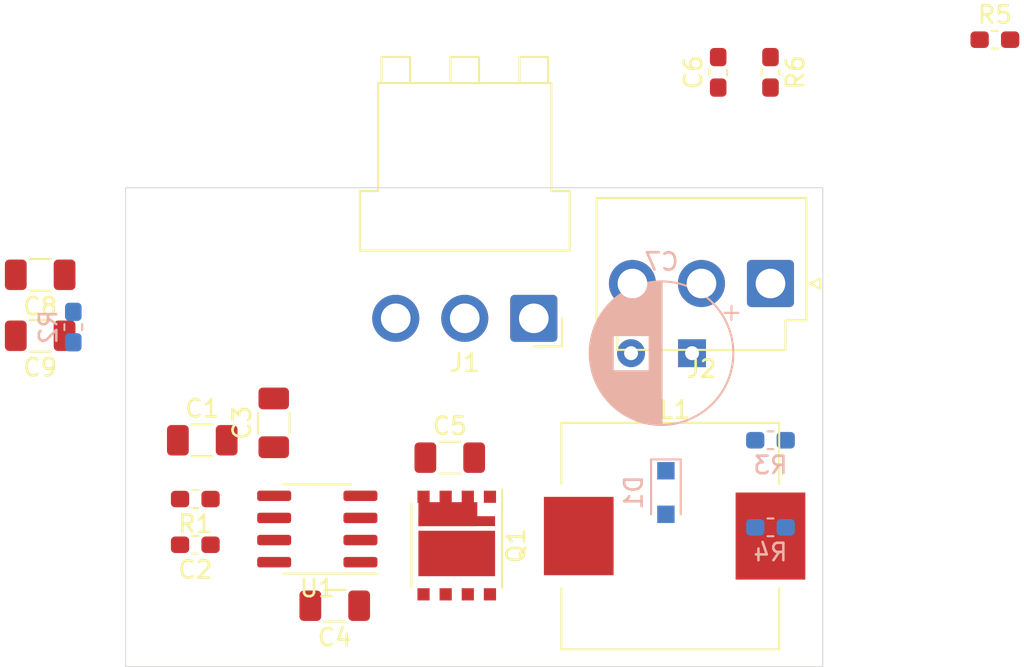
<source format=kicad_pcb>
(kicad_pcb (version 20171130) (host pcbnew "(5.1.4)-1")

  (general
    (thickness 1.6)
    (drawings 4)
    (tracks 0)
    (zones 0)
    (modules 21)
    (nets 15)
  )

  (page A4)
  (layers
    (0 F.Cu signal)
    (31 B.Cu signal hide)
    (32 B.Adhes user)
    (33 F.Adhes user)
    (34 B.Paste user)
    (35 F.Paste user)
    (36 B.SilkS user)
    (37 F.SilkS user)
    (38 B.Mask user)
    (39 F.Mask user)
    (40 Dwgs.User user)
    (41 Cmts.User user)
    (42 Eco1.User user)
    (43 Eco2.User user)
    (44 Edge.Cuts user)
    (45 Margin user)
    (46 B.CrtYd user)
    (47 F.CrtYd user)
    (48 B.Fab user)
    (49 F.Fab user)
  )

  (setup
    (last_trace_width 0.25)
    (trace_clearance 0.2)
    (zone_clearance 0.508)
    (zone_45_only no)
    (trace_min 0.2)
    (via_size 0.8)
    (via_drill 0.4)
    (via_min_size 0.4)
    (via_min_drill 0.3)
    (uvia_size 0.3)
    (uvia_drill 0.1)
    (uvias_allowed no)
    (uvia_min_size 0.2)
    (uvia_min_drill 0.1)
    (edge_width 0.05)
    (segment_width 0.2)
    (pcb_text_width 0.3)
    (pcb_text_size 1.5 1.5)
    (mod_edge_width 0.12)
    (mod_text_size 1 1)
    (mod_text_width 0.15)
    (pad_size 1.524 1.524)
    (pad_drill 0.762)
    (pad_to_mask_clearance 0.051)
    (solder_mask_min_width 0.25)
    (aux_axis_origin 0 0)
    (visible_elements 7FFCFFFF)
    (pcbplotparams
      (layerselection 0x010fc_ffffffff)
      (usegerberextensions false)
      (usegerberattributes false)
      (usegerberadvancedattributes false)
      (creategerberjobfile false)
      (excludeedgelayer true)
      (linewidth 0.100000)
      (plotframeref false)
      (viasonmask false)
      (mode 1)
      (useauxorigin false)
      (hpglpennumber 1)
      (hpglpenspeed 20)
      (hpglpendiameter 15.000000)
      (psnegative false)
      (psa4output false)
      (plotreference true)
      (plotvalue true)
      (plotinvisibletext false)
      (padsonsilk false)
      (subtractmaskfromsilk false)
      (outputformat 1)
      (mirror false)
      (drillshape 1)
      (scaleselection 1)
      (outputdirectory ""))
  )

  (net 0 "")
  (net 1 GNDA)
  (net 2 "Net-(C1-Pad1)")
  (net 3 VIN)
  (net 4 "Net-(C6-Pad1)")
  (net 5 VOUT)
  (net 6 "Net-(D1-Pad2)")
  (net 7 "Net-(J1-Pad1)")
  (net 8 /PHASE)
  (net 9 /BOOT)
  (net 10 /LGATE)
  (net 11 /UGATE)
  (net 12 /COMP)
  (net 13 /FB)
  (net 14 "Net-(Q1-Pad1)")

  (net_class Default "これはデフォルトのネット クラスです。"
    (clearance 0.2)
    (trace_width 0.25)
    (via_dia 0.8)
    (via_drill 0.4)
    (uvia_dia 0.3)
    (uvia_drill 0.1)
    (add_net /BOOT)
    (add_net /COMP)
    (add_net /FB)
    (add_net /LGATE)
    (add_net /PHASE)
    (add_net /UGATE)
    (add_net GNDA)
    (add_net "Net-(C1-Pad1)")
    (add_net "Net-(C6-Pad1)")
    (add_net "Net-(D1-Pad2)")
    (add_net "Net-(J1-Pad1)")
    (add_net "Net-(Q1-Pad1)")
    (add_net VIN)
    (add_net VOUT)
  )

  (module Resistor_SMD:R_0603_1608Metric_Pad1.05x0.95mm_HandSolder placed (layer F.Cu) (tedit 5B301BBD) (tstamp 5E85B534)
    (at 137 85.875 270)
    (descr "Resistor SMD 0603 (1608 Metric), square (rectangular) end terminal, IPC_7351 nominal with elongated pad for handsoldering. (Body size source: http://www.tortai-tech.com/upload/download/2011102023233369053.pdf), generated with kicad-footprint-generator")
    (tags "resistor handsolder")
    (path /5E83CDCC)
    (attr smd)
    (fp_text reference R6 (at 0 -1.43 90) (layer F.SilkS)
      (effects (font (size 1 1) (thickness 0.15)))
    )
    (fp_text value 2.2 (at 0 1.43 90) (layer F.Fab)
      (effects (font (size 1 1) (thickness 0.15)))
    )
    (fp_text user %R (at 0 0 90) (layer F.Fab)
      (effects (font (size 0.4 0.4) (thickness 0.06)))
    )
    (fp_line (start 1.65 0.73) (end -1.65 0.73) (layer F.CrtYd) (width 0.05))
    (fp_line (start 1.65 -0.73) (end 1.65 0.73) (layer F.CrtYd) (width 0.05))
    (fp_line (start -1.65 -0.73) (end 1.65 -0.73) (layer F.CrtYd) (width 0.05))
    (fp_line (start -1.65 0.73) (end -1.65 -0.73) (layer F.CrtYd) (width 0.05))
    (fp_line (start -0.171267 0.51) (end 0.171267 0.51) (layer F.SilkS) (width 0.12))
    (fp_line (start -0.171267 -0.51) (end 0.171267 -0.51) (layer F.SilkS) (width 0.12))
    (fp_line (start 0.8 0.4) (end -0.8 0.4) (layer F.Fab) (width 0.1))
    (fp_line (start 0.8 -0.4) (end 0.8 0.4) (layer F.Fab) (width 0.1))
    (fp_line (start -0.8 -0.4) (end 0.8 -0.4) (layer F.Fab) (width 0.1))
    (fp_line (start -0.8 0.4) (end -0.8 -0.4) (layer F.Fab) (width 0.1))
    (pad 2 smd roundrect (at 0.875 0 270) (size 1.05 0.95) (layers F.Cu F.Paste F.Mask) (roundrect_rratio 0.25)
      (net 4 "Net-(C6-Pad1)"))
    (pad 1 smd roundrect (at -0.875 0 270) (size 1.05 0.95) (layers F.Cu F.Paste F.Mask) (roundrect_rratio 0.25)
      (net 8 /PHASE))
    (model ${KISYS3DMOD}/Resistor_SMD.3dshapes/R_0603_1608Metric.wrl
      (at (xyz 0 0 0))
      (scale (xyz 1 1 1))
      (rotate (xyz 0 0 0))
    )
  )

  (module Resistor_SMD:R_0603_1608Metric_Pad1.05x0.95mm_HandSolder placed (layer F.Cu) (tedit 5B301BBD) (tstamp 5E85B523)
    (at 149.875 84)
    (descr "Resistor SMD 0603 (1608 Metric), square (rectangular) end terminal, IPC_7351 nominal with elongated pad for handsoldering. (Body size source: http://www.tortai-tech.com/upload/download/2011102023233369053.pdf), generated with kicad-footprint-generator")
    (tags "resistor handsolder")
    (path /5E8182D0)
    (attr smd)
    (fp_text reference R5 (at 0 -1.43) (layer F.SilkS)
      (effects (font (size 1 1) (thickness 0.15)))
    )
    (fp_text value 2.2 (at 0 1.43) (layer F.Fab)
      (effects (font (size 1 1) (thickness 0.15)))
    )
    (fp_text user %R (at 0 0) (layer F.Fab)
      (effects (font (size 0.4 0.4) (thickness 0.06)))
    )
    (fp_line (start 1.65 0.73) (end -1.65 0.73) (layer F.CrtYd) (width 0.05))
    (fp_line (start 1.65 -0.73) (end 1.65 0.73) (layer F.CrtYd) (width 0.05))
    (fp_line (start -1.65 -0.73) (end 1.65 -0.73) (layer F.CrtYd) (width 0.05))
    (fp_line (start -1.65 0.73) (end -1.65 -0.73) (layer F.CrtYd) (width 0.05))
    (fp_line (start -0.171267 0.51) (end 0.171267 0.51) (layer F.SilkS) (width 0.12))
    (fp_line (start -0.171267 -0.51) (end 0.171267 -0.51) (layer F.SilkS) (width 0.12))
    (fp_line (start 0.8 0.4) (end -0.8 0.4) (layer F.Fab) (width 0.1))
    (fp_line (start 0.8 -0.4) (end 0.8 0.4) (layer F.Fab) (width 0.1))
    (fp_line (start -0.8 -0.4) (end 0.8 -0.4) (layer F.Fab) (width 0.1))
    (fp_line (start -0.8 0.4) (end -0.8 -0.4) (layer F.Fab) (width 0.1))
    (pad 2 smd roundrect (at 0.875 0) (size 1.05 0.95) (layers F.Cu F.Paste F.Mask) (roundrect_rratio 0.25)
      (net 11 /UGATE))
    (pad 1 smd roundrect (at -0.875 0) (size 1.05 0.95) (layers F.Cu F.Paste F.Mask) (roundrect_rratio 0.25)
      (net 14 "Net-(Q1-Pad1)"))
    (model ${KISYS3DMOD}/Resistor_SMD.3dshapes/R_0603_1608Metric.wrl
      (at (xyz 0 0 0))
      (scale (xyz 1 1 1))
      (rotate (xyz 0 0 0))
    )
  )

  (module Resistor_SMD:R_0603_1608Metric_Pad1.05x0.95mm_HandSolder placed (layer B.Cu) (tedit 5B301BBD) (tstamp 5E85B512)
    (at 137 112)
    (descr "Resistor SMD 0603 (1608 Metric), square (rectangular) end terminal, IPC_7351 nominal with elongated pad for handsoldering. (Body size source: http://www.tortai-tech.com/upload/download/2011102023233369053.pdf), generated with kicad-footprint-generator")
    (tags "resistor handsolder")
    (path /5E8056FA)
    (attr smd)
    (fp_text reference R4 (at 0 1.43) (layer B.SilkS)
      (effects (font (size 1 1) (thickness 0.15)) (justify mirror))
    )
    (fp_text value 2.2 (at 0 -1.43) (layer B.Fab)
      (effects (font (size 1 1) (thickness 0.15)) (justify mirror))
    )
    (fp_text user %R (at 0 0) (layer B.Fab)
      (effects (font (size 0.4 0.4) (thickness 0.06)) (justify mirror))
    )
    (fp_line (start 1.65 -0.73) (end -1.65 -0.73) (layer B.CrtYd) (width 0.05))
    (fp_line (start 1.65 0.73) (end 1.65 -0.73) (layer B.CrtYd) (width 0.05))
    (fp_line (start -1.65 0.73) (end 1.65 0.73) (layer B.CrtYd) (width 0.05))
    (fp_line (start -1.65 -0.73) (end -1.65 0.73) (layer B.CrtYd) (width 0.05))
    (fp_line (start -0.171267 -0.51) (end 0.171267 -0.51) (layer B.SilkS) (width 0.12))
    (fp_line (start -0.171267 0.51) (end 0.171267 0.51) (layer B.SilkS) (width 0.12))
    (fp_line (start 0.8 -0.4) (end -0.8 -0.4) (layer B.Fab) (width 0.1))
    (fp_line (start 0.8 0.4) (end 0.8 -0.4) (layer B.Fab) (width 0.1))
    (fp_line (start -0.8 0.4) (end 0.8 0.4) (layer B.Fab) (width 0.1))
    (fp_line (start -0.8 -0.4) (end -0.8 0.4) (layer B.Fab) (width 0.1))
    (pad 2 smd roundrect (at 0.875 0) (size 1.05 0.95) (layers B.Cu B.Paste B.Mask) (roundrect_rratio 0.25)
      (net 3 VIN))
    (pad 1 smd roundrect (at -0.875 0) (size 1.05 0.95) (layers B.Cu B.Paste B.Mask) (roundrect_rratio 0.25)
      (net 6 "Net-(D1-Pad2)"))
    (model ${KISYS3DMOD}/Resistor_SMD.3dshapes/R_0603_1608Metric.wrl
      (at (xyz 0 0 0))
      (scale (xyz 1 1 1))
      (rotate (xyz 0 0 0))
    )
  )

  (module QX20CVT6B8V1:HSOP8-AD_5x6_P1.27mm placed (layer F.Cu) (tedit 5E873A9B) (tstamp 5E879B41)
    (at 119 113.045 270)
    (descr "rohm HSOP8, 8-Leads, 5x6mm, Pitch 1.27mm")
    (tags "HSOP8 1.27")
    (path /5E87B21E)
    (attr smd)
    (fp_text reference Q1 (at 0 -3.4 90) (layer F.SilkS)
      (effects (font (size 1 1) (thickness 0.15)))
    )
    (fp_text value Q_HP8K22 (at 0 3.4 90) (layer F.Fab)
      (effects (font (size 1 1) (thickness 0.15)))
    )
    (fp_line (start 3 2.45) (end -3 2.45) (layer F.Fab) (width 0.1))
    (fp_line (start 3 -2.45) (end 3 2.45) (layer F.Fab) (width 0.1))
    (fp_line (start -2 -2.45) (end -3 -1.45) (layer F.Fab) (width 0.1))
    (fp_line (start -3 -1.45) (end -3 2.45) (layer F.Fab) (width 0.1))
    (fp_line (start -2 -2.45) (end 3 -2.45) (layer F.Fab) (width 0.1))
    (fp_line (start 2.4 -2.6) (end -3.2 -2.6) (layer F.SilkS) (width 0.12))
    (fp_line (start 2.4 2.6) (end -2.4 2.6) (layer F.SilkS) (width 0.12))
    (fp_line (start -3.4 -2.7) (end 3.4 -2.7) (layer F.CrtYd) (width 0.05))
    (fp_line (start -3.4 2.7) (end -3.4 -2.7) (layer F.CrtYd) (width 0.05))
    (fp_line (start 3.4 2.7) (end -3.4 2.7) (layer F.CrtYd) (width 0.05))
    (fp_line (start 3.4 -2.7) (end 3.4 2.7) (layer F.CrtYd) (width 0.05))
    (fp_text user %R (at 0 0 90) (layer F.Fab)
      (effects (font (size 1 1) (thickness 0.15)))
    )
    (pad 2 smd rect (at -1.8 0.51 270) (size 1.38 3.38) (layers F.Cu F.Paste F.Mask)
      (net 3 VIN) (solder_paste_margin_ratio -0.15))
    (pad 3 smd rect (at 2.8 0.635 270) (size 0.7 0.7) (layers F.Cu F.Paste F.Mask)
      (net 1 GNDA) (solder_paste_margin_ratio -0.15))
    (pad 3 smd rect (at 2.8 -0.635 270) (size 0.7 0.7) (layers F.Cu F.Paste F.Mask)
      (net 1 GNDA) (solder_paste_margin_ratio -0.15))
    (pad 4 smd rect (at 2.8 -1.905 270) (size 0.7 0.7) (layers F.Cu F.Paste F.Mask)
      (net 10 /LGATE) (solder_paste_margin_ratio -0.15))
    (pad 3 smd rect (at 2.8 1.905 270) (size 0.7 0.7) (layers F.Cu F.Paste F.Mask)
      (net 1 GNDA) (solder_paste_margin_ratio -0.15))
    (pad 2 smd rect (at -2.8 1.905 270) (size 0.7 0.7) (layers F.Cu F.Paste F.Mask)
      (net 3 VIN) (solder_paste_margin_ratio -0.15))
    (pad 1 smd rect (at -2.8 -1.905 270) (size 0.7 0.7) (layers F.Cu F.Paste F.Mask)
      (net 14 "Net-(Q1-Pad1)") (solder_paste_margin_ratio -0.15))
    (pad 2 smd rect (at -2.8 -0.635 270) (size 0.7 0.7) (layers F.Cu F.Paste F.Mask)
      (net 3 VIN) (solder_paste_margin_ratio -0.15))
    (pad 2 smd rect (at -2.8 0.635 270) (size 0.7 0.7) (layers F.Cu F.Paste F.Mask)
      (net 3 VIN) (solder_paste_margin_ratio -0.15))
    (pad 5 smd rect (at 0.455 0 270) (size 2.61 4.4) (layers F.Cu F.Paste F.Mask)
      (net 8 /PHASE) (solder_paste_margin_ratio -0.15))
    (pad 2 smd rect (at -1.4 0 270) (size 0.57 4.4) (layers F.Cu F.Paste F.Mask)
      (net 3 VIN) (solder_paste_margin_ratio -0.15))
    (model ${KISYS3DMOD}/Package_SON.3dshapes/VSONP-8-1EP_5x6_P1.27mm.wrl
      (at (xyz 0 0 0))
      (scale (xyz 1 1 1))
      (rotate (xyz 0 0 0))
    )
  )

  (module Package_SO:SOIC-8_3.9x4.9mm_P1.27mm placed (layer F.Cu) (tedit 5C97300E) (tstamp 5E85B54E)
    (at 111 112.095 180)
    (descr "SOIC, 8 Pin (JEDEC MS-012AA, https://www.analog.com/media/en/package-pcb-resources/package/pkg_pdf/soic_narrow-r/r_8.pdf), generated with kicad-footprint-generator ipc_gullwing_generator.py")
    (tags "SOIC SO")
    (path /5E803749)
    (attr smd)
    (fp_text reference U1 (at 0 -3.4) (layer F.SilkS)
      (effects (font (size 1 1) (thickness 0.15)))
    )
    (fp_text value L6726A (at 0 3.4) (layer F.Fab)
      (effects (font (size 1 1) (thickness 0.15)))
    )
    (fp_text user %R (at 0 0) (layer F.Fab)
      (effects (font (size 0.98 0.98) (thickness 0.15)))
    )
    (fp_line (start 3.7 -2.7) (end -3.7 -2.7) (layer F.CrtYd) (width 0.05))
    (fp_line (start 3.7 2.7) (end 3.7 -2.7) (layer F.CrtYd) (width 0.05))
    (fp_line (start -3.7 2.7) (end 3.7 2.7) (layer F.CrtYd) (width 0.05))
    (fp_line (start -3.7 -2.7) (end -3.7 2.7) (layer F.CrtYd) (width 0.05))
    (fp_line (start -1.95 -1.475) (end -0.975 -2.45) (layer F.Fab) (width 0.1))
    (fp_line (start -1.95 2.45) (end -1.95 -1.475) (layer F.Fab) (width 0.1))
    (fp_line (start 1.95 2.45) (end -1.95 2.45) (layer F.Fab) (width 0.1))
    (fp_line (start 1.95 -2.45) (end 1.95 2.45) (layer F.Fab) (width 0.1))
    (fp_line (start -0.975 -2.45) (end 1.95 -2.45) (layer F.Fab) (width 0.1))
    (fp_line (start 0 -2.56) (end -3.45 -2.56) (layer F.SilkS) (width 0.12))
    (fp_line (start 0 -2.56) (end 1.95 -2.56) (layer F.SilkS) (width 0.12))
    (fp_line (start 0 2.56) (end -1.95 2.56) (layer F.SilkS) (width 0.12))
    (fp_line (start 0 2.56) (end 1.95 2.56) (layer F.SilkS) (width 0.12))
    (pad 8 smd roundrect (at 2.475 -1.905 180) (size 1.95 0.6) (layers F.Cu F.Paste F.Mask) (roundrect_rratio 0.25)
      (net 8 /PHASE))
    (pad 7 smd roundrect (at 2.475 -0.635 180) (size 1.95 0.6) (layers F.Cu F.Paste F.Mask) (roundrect_rratio 0.25)
      (net 12 /COMP))
    (pad 6 smd roundrect (at 2.475 0.635 180) (size 1.95 0.6) (layers F.Cu F.Paste F.Mask) (roundrect_rratio 0.25)
      (net 13 /FB))
    (pad 5 smd roundrect (at 2.475 1.905 180) (size 1.95 0.6) (layers F.Cu F.Paste F.Mask) (roundrect_rratio 0.25)
      (net 3 VIN))
    (pad 4 smd roundrect (at -2.475 1.905 180) (size 1.95 0.6) (layers F.Cu F.Paste F.Mask) (roundrect_rratio 0.25)
      (net 10 /LGATE))
    (pad 3 smd roundrect (at -2.475 0.635 180) (size 1.95 0.6) (layers F.Cu F.Paste F.Mask) (roundrect_rratio 0.25)
      (net 1 GNDA))
    (pad 2 smd roundrect (at -2.475 -0.635 180) (size 1.95 0.6) (layers F.Cu F.Paste F.Mask) (roundrect_rratio 0.25)
      (net 11 /UGATE))
    (pad 1 smd roundrect (at -2.475 -1.905 180) (size 1.95 0.6) (layers F.Cu F.Paste F.Mask) (roundrect_rratio 0.25)
      (net 9 /BOOT))
    (model ${KISYS3DMOD}/Package_SO.3dshapes/SOIC-8_3.9x4.9mm_P1.27mm.wrl
      (at (xyz 0 0 0))
      (scale (xyz 1 1 1))
      (rotate (xyz 0 0 0))
    )
  )

  (module Resistor_SMD:R_0603_1608Metric_Pad1.05x0.95mm_HandSolder placed (layer B.Cu) (tedit 5B301BBD) (tstamp 5E85B501)
    (at 137 107)
    (descr "Resistor SMD 0603 (1608 Metric), square (rectangular) end terminal, IPC_7351 nominal with elongated pad for handsoldering. (Body size source: http://www.tortai-tech.com/upload/download/2011102023233369053.pdf), generated with kicad-footprint-generator")
    (tags "resistor handsolder")
    (path /5E84C74C)
    (attr smd)
    (fp_text reference R3 (at 0 1.43) (layer B.SilkS)
      (effects (font (size 1 1) (thickness 0.15)) (justify mirror))
    )
    (fp_text value 2.2k (at 0 -1.43) (layer B.Fab)
      (effects (font (size 1 1) (thickness 0.15)) (justify mirror))
    )
    (fp_text user %R (at 0 0) (layer B.Fab)
      (effects (font (size 0.4 0.4) (thickness 0.06)) (justify mirror))
    )
    (fp_line (start 1.65 -0.73) (end -1.65 -0.73) (layer B.CrtYd) (width 0.05))
    (fp_line (start 1.65 0.73) (end 1.65 -0.73) (layer B.CrtYd) (width 0.05))
    (fp_line (start -1.65 0.73) (end 1.65 0.73) (layer B.CrtYd) (width 0.05))
    (fp_line (start -1.65 -0.73) (end -1.65 0.73) (layer B.CrtYd) (width 0.05))
    (fp_line (start -0.171267 -0.51) (end 0.171267 -0.51) (layer B.SilkS) (width 0.12))
    (fp_line (start -0.171267 0.51) (end 0.171267 0.51) (layer B.SilkS) (width 0.12))
    (fp_line (start 0.8 -0.4) (end -0.8 -0.4) (layer B.Fab) (width 0.1))
    (fp_line (start 0.8 0.4) (end 0.8 -0.4) (layer B.Fab) (width 0.1))
    (fp_line (start -0.8 0.4) (end 0.8 0.4) (layer B.Fab) (width 0.1))
    (fp_line (start -0.8 -0.4) (end -0.8 0.4) (layer B.Fab) (width 0.1))
    (pad 2 smd roundrect (at 0.875 0) (size 1.05 0.95) (layers B.Cu B.Paste B.Mask) (roundrect_rratio 0.25)
      (net 5 VOUT))
    (pad 1 smd roundrect (at -0.875 0) (size 1.05 0.95) (layers B.Cu B.Paste B.Mask) (roundrect_rratio 0.25)
      (net 13 /FB))
    (model ${KISYS3DMOD}/Resistor_SMD.3dshapes/R_0603_1608Metric.wrl
      (at (xyz 0 0 0))
      (scale (xyz 1 1 1))
      (rotate (xyz 0 0 0))
    )
  )

  (module Resistor_SMD:R_0603_1608Metric_Pad1.05x0.95mm_HandSolder placed (layer B.Cu) (tedit 5B301BBD) (tstamp 5E85B4F0)
    (at 97 100.5 270)
    (descr "Resistor SMD 0603 (1608 Metric), square (rectangular) end terminal, IPC_7351 nominal with elongated pad for handsoldering. (Body size source: http://www.tortai-tech.com/upload/download/2011102023233369053.pdf), generated with kicad-footprint-generator")
    (tags "resistor handsolder")
    (path /5E84BF7C)
    (attr smd)
    (fp_text reference R2 (at 0 1.43 90) (layer B.SilkS)
      (effects (font (size 1 1) (thickness 0.15)) (justify mirror))
    )
    (fp_text value 330 (at 0 -1.43 90) (layer B.Fab)
      (effects (font (size 1 1) (thickness 0.15)) (justify mirror))
    )
    (fp_text user %R (at 0 0 90) (layer B.Fab)
      (effects (font (size 0.4 0.4) (thickness 0.06)) (justify mirror))
    )
    (fp_line (start 1.65 -0.73) (end -1.65 -0.73) (layer B.CrtYd) (width 0.05))
    (fp_line (start 1.65 0.73) (end 1.65 -0.73) (layer B.CrtYd) (width 0.05))
    (fp_line (start -1.65 0.73) (end 1.65 0.73) (layer B.CrtYd) (width 0.05))
    (fp_line (start -1.65 -0.73) (end -1.65 0.73) (layer B.CrtYd) (width 0.05))
    (fp_line (start -0.171267 -0.51) (end 0.171267 -0.51) (layer B.SilkS) (width 0.12))
    (fp_line (start -0.171267 0.51) (end 0.171267 0.51) (layer B.SilkS) (width 0.12))
    (fp_line (start 0.8 -0.4) (end -0.8 -0.4) (layer B.Fab) (width 0.1))
    (fp_line (start 0.8 0.4) (end 0.8 -0.4) (layer B.Fab) (width 0.1))
    (fp_line (start -0.8 0.4) (end 0.8 0.4) (layer B.Fab) (width 0.1))
    (fp_line (start -0.8 -0.4) (end -0.8 0.4) (layer B.Fab) (width 0.1))
    (pad 2 smd roundrect (at 0.875 0 270) (size 1.05 0.95) (layers B.Cu B.Paste B.Mask) (roundrect_rratio 0.25)
      (net 13 /FB))
    (pad 1 smd roundrect (at -0.875 0 270) (size 1.05 0.95) (layers B.Cu B.Paste B.Mask) (roundrect_rratio 0.25)
      (net 1 GNDA))
    (model ${KISYS3DMOD}/Resistor_SMD.3dshapes/R_0603_1608Metric.wrl
      (at (xyz 0 0 0))
      (scale (xyz 1 1 1))
      (rotate (xyz 0 0 0))
    )
  )

  (module Resistor_SMD:R_0603_1608Metric_Pad1.05x0.95mm_HandSolder placed (layer F.Cu) (tedit 5B301BBD) (tstamp 5E85B4DF)
    (at 104 110.375 180)
    (descr "Resistor SMD 0603 (1608 Metric), square (rectangular) end terminal, IPC_7351 nominal with elongated pad for handsoldering. (Body size source: http://www.tortai-tech.com/upload/download/2011102023233369053.pdf), generated with kicad-footprint-generator")
    (tags "resistor handsolder")
    (path /5E841DF7)
    (attr smd)
    (fp_text reference R1 (at 0 -1.43) (layer F.SilkS)
      (effects (font (size 1 1) (thickness 0.15)))
    )
    (fp_text value 2.2k (at 0 1.43) (layer F.Fab)
      (effects (font (size 1 1) (thickness 0.15)))
    )
    (fp_text user %R (at 0 0) (layer F.Fab)
      (effects (font (size 0.4 0.4) (thickness 0.06)))
    )
    (fp_line (start 1.65 0.73) (end -1.65 0.73) (layer F.CrtYd) (width 0.05))
    (fp_line (start 1.65 -0.73) (end 1.65 0.73) (layer F.CrtYd) (width 0.05))
    (fp_line (start -1.65 -0.73) (end 1.65 -0.73) (layer F.CrtYd) (width 0.05))
    (fp_line (start -1.65 0.73) (end -1.65 -0.73) (layer F.CrtYd) (width 0.05))
    (fp_line (start -0.171267 0.51) (end 0.171267 0.51) (layer F.SilkS) (width 0.12))
    (fp_line (start -0.171267 -0.51) (end 0.171267 -0.51) (layer F.SilkS) (width 0.12))
    (fp_line (start 0.8 0.4) (end -0.8 0.4) (layer F.Fab) (width 0.1))
    (fp_line (start 0.8 -0.4) (end 0.8 0.4) (layer F.Fab) (width 0.1))
    (fp_line (start -0.8 -0.4) (end 0.8 -0.4) (layer F.Fab) (width 0.1))
    (fp_line (start -0.8 0.4) (end -0.8 -0.4) (layer F.Fab) (width 0.1))
    (pad 2 smd roundrect (at 0.875 0 180) (size 1.05 0.95) (layers F.Cu F.Paste F.Mask) (roundrect_rratio 0.25)
      (net 2 "Net-(C1-Pad1)"))
    (pad 1 smd roundrect (at -0.875 0 180) (size 1.05 0.95) (layers F.Cu F.Paste F.Mask) (roundrect_rratio 0.25)
      (net 12 /COMP))
    (model ${KISYS3DMOD}/Resistor_SMD.3dshapes/R_0603_1608Metric.wrl
      (at (xyz 0 0 0))
      (scale (xyz 1 1 1))
      (rotate (xyz 0 0 0))
    )
  )

  (module QX20CVT6B8V1:L_Bourns_SRP1250 placed (layer F.Cu) (tedit 5E82E057) (tstamp 5E85B494)
    (at 131.5 112.5)
    (tags "Bourns SRP1250 SMD inductor")
    (path /5E877359)
    (attr smd)
    (fp_text reference L1 (at 0 -7.25) (layer F.SilkS)
      (effects (font (size 1 1) (thickness 0.15)))
    )
    (fp_text value 6uH (at 0 7.4) (layer F.Fab)
      (effects (font (size 1 1) (thickness 0.15)))
    )
    (fp_line (start -6.5 6.5) (end -6.5 3) (layer F.SilkS) (width 0.12))
    (fp_line (start 6 6.5) (end -6.5 6.5) (layer F.SilkS) (width 0.12))
    (fp_line (start 6 3) (end 6 6.5) (layer F.SilkS) (width 0.12))
    (fp_line (start 6 -6.5) (end 6 -3) (layer F.SilkS) (width 0.12))
    (fp_line (start -6.5 -6.5) (end 6 -6.5) (layer F.SilkS) (width 0.12))
    (fp_line (start -6.5 -3) (end -6.5 -6.5) (layer F.SilkS) (width 0.12))
    (fp_text user %R (at 0 0) (layer F.Fab)
      (effects (font (size 1 1) (thickness 0.15)))
    )
    (pad 1 smd rect (at -5.5 0) (size 4 4.5) (layers F.Cu F.Paste F.Mask)
      (net 8 /PHASE))
    (pad 2 smd rect (at 5.5 0) (size 4 5) (layers F.Cu F.Paste F.Mask)
      (net 5 VOUT))
    (model ${KISYS3DMOD}/Inductor_SMD.3dshapes/L_Bourns_SRP1245A.wrl
      (at (xyz 0 0 0))
      (scale (xyz 1 1 1))
      (rotate (xyz 0 0 0))
    )
  )

  (module Connector_JST:JST_VH_B3P-VH-B_1x03_P3.96mm_Vertical placed (layer F.Cu) (tedit 5B774DBC) (tstamp 5E85B487)
    (at 137 98 180)
    (descr "JST VH PBT series connector, B3P-VH-B (http://www.jst-mfg.com/product/pdf/eng/eVH.pdf), generated with kicad-footprint-generator")
    (tags "connector JST VH side entry")
    (path /5E8B2FA4)
    (fp_text reference J2 (at 3.96 -4.9) (layer F.SilkS)
      (effects (font (size 1 1) (thickness 0.15)))
    )
    (fp_text value VH_OUT (at 3.96 6) (layer F.Fab)
      (effects (font (size 1 1) (thickness 0.15)))
    )
    (fp_text user %R (at 3.96 4.1) (layer F.Fab)
      (effects (font (size 1 1) (thickness 0.15)))
    )
    (fp_line (start -2.86 -0.3) (end -2.26 0) (layer F.SilkS) (width 0.12))
    (fp_line (start -2.86 0.3) (end -2.86 -0.3) (layer F.SilkS) (width 0.12))
    (fp_line (start -2.26 0) (end -2.86 0.3) (layer F.SilkS) (width 0.12))
    (fp_line (start 9.98 4.91) (end -2.06 4.91) (layer F.SilkS) (width 0.12))
    (fp_line (start 9.98 -2.11) (end 9.98 4.91) (layer F.SilkS) (width 0.12))
    (fp_line (start 8.78 -2.11) (end 9.98 -2.11) (layer F.SilkS) (width 0.12))
    (fp_line (start 8.78 -3.81) (end 8.78 -2.11) (layer F.SilkS) (width 0.12))
    (fp_line (start -0.86 -3.81) (end 8.78 -3.81) (layer F.SilkS) (width 0.12))
    (fp_line (start -0.86 -2.11) (end -0.86 -3.81) (layer F.SilkS) (width 0.12))
    (fp_line (start -2.06 -2.11) (end -0.86 -2.11) (layer F.SilkS) (width 0.12))
    (fp_line (start -2.06 4.91) (end -2.06 -2.11) (layer F.SilkS) (width 0.12))
    (fp_line (start 10.37 -4.2) (end -2.45 -4.2) (layer F.CrtYd) (width 0.05))
    (fp_line (start 10.37 5.3) (end 10.37 -4.2) (layer F.CrtYd) (width 0.05))
    (fp_line (start -2.45 5.3) (end 10.37 5.3) (layer F.CrtYd) (width 0.05))
    (fp_line (start -2.45 -4.2) (end -2.45 5.3) (layer F.CrtYd) (width 0.05))
    (fp_line (start -1.95 1) (end -0.95 0) (layer F.Fab) (width 0.1))
    (fp_line (start -1.95 -1) (end -0.95 0) (layer F.Fab) (width 0.1))
    (fp_line (start 8.67 -3.7) (end 8.67 -2) (layer F.Fab) (width 0.1))
    (fp_line (start -0.75 -3.7) (end 8.67 -3.7) (layer F.Fab) (width 0.1))
    (fp_line (start -0.75 -2) (end -0.75 -3.7) (layer F.Fab) (width 0.1))
    (fp_line (start 9.87 -2) (end -1.95 -2) (layer F.Fab) (width 0.1))
    (fp_line (start 9.87 4.8) (end 9.87 -2) (layer F.Fab) (width 0.1))
    (fp_line (start -1.95 4.8) (end 9.87 4.8) (layer F.Fab) (width 0.1))
    (fp_line (start -1.95 -2) (end -1.95 4.8) (layer F.Fab) (width 0.1))
    (pad 3 thru_hole circle (at 7.92 0 180) (size 2.7 2.7) (drill 1.7) (layers *.Cu *.Mask)
      (net 1 GNDA))
    (pad 2 thru_hole circle (at 3.96 0 180) (size 2.7 2.7) (drill 1.7) (layers *.Cu *.Mask)
      (net 5 VOUT))
    (pad 1 thru_hole roundrect (at 0 0 180) (size 2.7 2.7) (drill 1.7) (layers *.Cu *.Mask) (roundrect_rratio 0.09259299999999999)
      (net 7 "Net-(J1-Pad1)"))
    (model ${KISYS3DMOD}/Connector_JST.3dshapes/JST_VH_B3P-VH-B_1x03_P3.96mm_Vertical.wrl
      (at (xyz 0 0 0))
      (scale (xyz 1 1 1))
      (rotate (xyz 0 0 0))
    )
  )

  (module Connector_JST:JST_VH_B3PS-VH_1x03_P3.96mm_Horizontal placed (layer F.Cu) (tedit 5B774C02) (tstamp 5E85B467)
    (at 123.42 100 180)
    (descr "JST VH series connector, B3PS-VH (http://www.jst-mfg.com/product/pdf/eng/eVH.pdf), generated with kicad-footprint-generator")
    (tags "connector JST VH top entry")
    (path /5E8B1671)
    (fp_text reference J1 (at 3.96 -2.55) (layer F.SilkS)
      (effects (font (size 1 1) (thickness 0.15)))
    )
    (fp_text value VH_VIN (at 3.96 16.1) (layer F.Fab)
      (effects (font (size 1 1) (thickness 0.15)))
    )
    (fp_text user %R (at 3.96 9.45) (layer F.Fab)
      (effects (font (size 1 1) (thickness 0.15)))
    )
    (fp_line (start -1.61 -1.61) (end -1.61 0) (layer F.SilkS) (width 0.12))
    (fp_line (start 0 -1.61) (end -1.61 -1.61) (layer F.SilkS) (width 0.12))
    (fp_line (start 8.74 15.01) (end 8.74 13.51) (layer F.SilkS) (width 0.12))
    (fp_line (start 7.1 15.01) (end 8.74 15.01) (layer F.SilkS) (width 0.12))
    (fp_line (start 7.1 13.51) (end 7.1 15.01) (layer F.SilkS) (width 0.12))
    (fp_line (start 4.78 15.01) (end 4.78 13.51) (layer F.SilkS) (width 0.12))
    (fp_line (start 3.14 15.01) (end 4.78 15.01) (layer F.SilkS) (width 0.12))
    (fp_line (start 3.14 13.51) (end 3.14 15.01) (layer F.SilkS) (width 0.12))
    (fp_line (start 0.82 15.01) (end 0.82 13.51) (layer F.SilkS) (width 0.12))
    (fp_line (start -0.82 15.01) (end 0.82 15.01) (layer F.SilkS) (width 0.12))
    (fp_line (start -0.82 13.51) (end -0.82 15.01) (layer F.SilkS) (width 0.12))
    (fp_line (start -2.06 7.31) (end -2.06 3.89) (layer F.SilkS) (width 0.12))
    (fp_line (start -1.01 7.31) (end -2.06 7.31) (layer F.SilkS) (width 0.12))
    (fp_line (start -1.01 13.51) (end -1.01 7.31) (layer F.SilkS) (width 0.12))
    (fp_line (start 8.93 13.51) (end -1.01 13.51) (layer F.SilkS) (width 0.12))
    (fp_line (start 8.93 7.31) (end 8.93 13.51) (layer F.SilkS) (width 0.12))
    (fp_line (start 9.98 7.31) (end 8.93 7.31) (layer F.SilkS) (width 0.12))
    (fp_line (start 9.98 3.89) (end 9.98 7.31) (layer F.SilkS) (width 0.12))
    (fp_line (start -2.06 3.89) (end 9.98 3.89) (layer F.SilkS) (width 0.12))
    (fp_line (start 10.37 -1.85) (end -2.45 -1.85) (layer F.CrtYd) (width 0.05))
    (fp_line (start 10.37 15.4) (end 10.37 -1.85) (layer F.CrtYd) (width 0.05))
    (fp_line (start -2.45 15.4) (end 10.37 15.4) (layer F.CrtYd) (width 0.05))
    (fp_line (start -2.45 -1.85) (end -2.45 15.4) (layer F.CrtYd) (width 0.05))
    (fp_line (start 8.62 14.9) (end 8.62 13.4) (layer F.Fab) (width 0.1))
    (fp_line (start 7.22 14.9) (end 8.62 14.9) (layer F.Fab) (width 0.1))
    (fp_line (start 7.22 13.4) (end 7.22 14.9) (layer F.Fab) (width 0.1))
    (fp_line (start 8.62 0) (end 8.62 4) (layer F.Fab) (width 0.1))
    (fp_line (start 7.22 0) (end 8.62 0) (layer F.Fab) (width 0.1))
    (fp_line (start 7.22 4) (end 7.22 0) (layer F.Fab) (width 0.1))
    (fp_line (start 4.66 14.9) (end 4.66 13.4) (layer F.Fab) (width 0.1))
    (fp_line (start 3.26 14.9) (end 4.66 14.9) (layer F.Fab) (width 0.1))
    (fp_line (start 3.26 13.4) (end 3.26 14.9) (layer F.Fab) (width 0.1))
    (fp_line (start 4.66 0) (end 4.66 4) (layer F.Fab) (width 0.1))
    (fp_line (start 3.26 0) (end 4.66 0) (layer F.Fab) (width 0.1))
    (fp_line (start 3.26 4) (end 3.26 0) (layer F.Fab) (width 0.1))
    (fp_line (start 0.7 14.9) (end 0.7 13.4) (layer F.Fab) (width 0.1))
    (fp_line (start -0.7 14.9) (end 0.7 14.9) (layer F.Fab) (width 0.1))
    (fp_line (start -0.7 13.4) (end -0.7 14.9) (layer F.Fab) (width 0.1))
    (fp_line (start 0.7 0) (end 0.7 4) (layer F.Fab) (width 0.1))
    (fp_line (start -0.7 0) (end 0.7 0) (layer F.Fab) (width 0.1))
    (fp_line (start -0.7 4) (end -0.7 0) (layer F.Fab) (width 0.1))
    (fp_line (start 0 4.8) (end 0.8 4) (layer F.Fab) (width 0.1))
    (fp_line (start -0.8 4) (end 0 4.8) (layer F.Fab) (width 0.1))
    (fp_line (start -1.95 4) (end -0.9 4) (layer F.Fab) (width 0.1))
    (fp_line (start -1.95 7.2) (end -1.95 4) (layer F.Fab) (width 0.1))
    (fp_line (start -0.9 7.2) (end -1.95 7.2) (layer F.Fab) (width 0.1))
    (fp_line (start 9.87 7.2) (end 8.82 7.2) (layer F.Fab) (width 0.1))
    (fp_line (start 9.87 4) (end 9.87 7.2) (layer F.Fab) (width 0.1))
    (fp_line (start 8.82 4) (end 9.87 4) (layer F.Fab) (width 0.1))
    (fp_line (start 8.82 4) (end -0.9 4) (layer F.Fab) (width 0.1))
    (fp_line (start 8.82 13.4) (end 8.82 4) (layer F.Fab) (width 0.1))
    (fp_line (start -0.9 13.4) (end 8.82 13.4) (layer F.Fab) (width 0.1))
    (fp_line (start -0.9 4) (end -0.9 13.4) (layer F.Fab) (width 0.1))
    (pad 3 thru_hole circle (at 7.92 0 180) (size 2.7 2.7) (drill 1.7) (layers *.Cu *.Mask)
      (net 1 GNDA))
    (pad 2 thru_hole circle (at 3.96 0 180) (size 2.7 2.7) (drill 1.7) (layers *.Cu *.Mask)
      (net 3 VIN))
    (pad 1 thru_hole roundrect (at 0 0 180) (size 2.7 2.7) (drill 1.7) (layers *.Cu *.Mask) (roundrect_rratio 0.09259299999999999)
      (net 7 "Net-(J1-Pad1)"))
    (model ${KISYS3DMOD}/Connector_JST.3dshapes/JST_VH_B3PS-VH_1x03_P3.96mm_Horizontal.wrl
      (at (xyz 0 0 0))
      (scale (xyz 1 1 1))
      (rotate (xyz 0 0 0))
    )
  )

  (module Diode_SMD:D_SOD-323_HandSoldering placed (layer B.Cu) (tedit 58641869) (tstamp 5E85B42A)
    (at 131 110 270)
    (descr SOD-323)
    (tags SOD-323)
    (path /5E803C3B)
    (attr smd)
    (fp_text reference D1 (at 0 1.85 270) (layer B.SilkS)
      (effects (font (size 1 1) (thickness 0.15)) (justify mirror))
    )
    (fp_text value BAT54 (at 0.1 -1.9 270) (layer B.Fab)
      (effects (font (size 1 1) (thickness 0.15)) (justify mirror))
    )
    (fp_line (start -1.9 0.85) (end 1.25 0.85) (layer B.SilkS) (width 0.12))
    (fp_line (start -1.9 -0.85) (end 1.25 -0.85) (layer B.SilkS) (width 0.12))
    (fp_line (start -2 0.95) (end -2 -0.95) (layer B.CrtYd) (width 0.05))
    (fp_line (start -2 -0.95) (end 2 -0.95) (layer B.CrtYd) (width 0.05))
    (fp_line (start 2 0.95) (end 2 -0.95) (layer B.CrtYd) (width 0.05))
    (fp_line (start -2 0.95) (end 2 0.95) (layer B.CrtYd) (width 0.05))
    (fp_line (start -0.9 0.7) (end 0.9 0.7) (layer B.Fab) (width 0.1))
    (fp_line (start 0.9 0.7) (end 0.9 -0.7) (layer B.Fab) (width 0.1))
    (fp_line (start 0.9 -0.7) (end -0.9 -0.7) (layer B.Fab) (width 0.1))
    (fp_line (start -0.9 -0.7) (end -0.9 0.7) (layer B.Fab) (width 0.1))
    (fp_line (start -0.3 0.35) (end -0.3 -0.35) (layer B.Fab) (width 0.1))
    (fp_line (start -0.3 0) (end -0.5 0) (layer B.Fab) (width 0.1))
    (fp_line (start -0.3 0) (end 0.2 0.35) (layer B.Fab) (width 0.1))
    (fp_line (start 0.2 0.35) (end 0.2 -0.35) (layer B.Fab) (width 0.1))
    (fp_line (start 0.2 -0.35) (end -0.3 0) (layer B.Fab) (width 0.1))
    (fp_line (start 0.2 0) (end 0.45 0) (layer B.Fab) (width 0.1))
    (fp_line (start -1.9 0.85) (end -1.9 -0.85) (layer B.SilkS) (width 0.12))
    (fp_text user %R (at 0 1.85 270) (layer B.Fab)
      (effects (font (size 1 1) (thickness 0.15)) (justify mirror))
    )
    (pad 2 smd rect (at 1.25 0 270) (size 1 1) (layers B.Cu B.Paste B.Mask)
      (net 6 "Net-(D1-Pad2)"))
    (pad 1 smd rect (at -1.25 0 270) (size 1 1) (layers B.Cu B.Paste B.Mask)
      (net 9 /BOOT))
    (model ${KISYS3DMOD}/Diode_SMD.3dshapes/D_SOD-323.wrl
      (at (xyz 0 0 0))
      (scale (xyz 1 1 1))
      (rotate (xyz 0 0 0))
    )
  )

  (module Capacitor_SMD:C_1206_3216Metric placed (layer F.Cu) (tedit 5B301BBE) (tstamp 5E85B412)
    (at 95.1 101 180)
    (descr "Capacitor SMD 1206 (3216 Metric), square (rectangular) end terminal, IPC_7351 nominal, (Body size source: http://www.tortai-tech.com/upload/download/2011102023233369053.pdf), generated with kicad-footprint-generator")
    (tags capacitor)
    (path /5E83831D)
    (attr smd)
    (fp_text reference C9 (at 0 -1.82) (layer F.SilkS)
      (effects (font (size 1 1) (thickness 0.15)))
    )
    (fp_text value 10u (at 0 1.82) (layer F.Fab)
      (effects (font (size 1 1) (thickness 0.15)))
    )
    (fp_text user %R (at 0 0) (layer F.Fab)
      (effects (font (size 0.8 0.8) (thickness 0.12)))
    )
    (fp_line (start 2.28 1.12) (end -2.28 1.12) (layer F.CrtYd) (width 0.05))
    (fp_line (start 2.28 -1.12) (end 2.28 1.12) (layer F.CrtYd) (width 0.05))
    (fp_line (start -2.28 -1.12) (end 2.28 -1.12) (layer F.CrtYd) (width 0.05))
    (fp_line (start -2.28 1.12) (end -2.28 -1.12) (layer F.CrtYd) (width 0.05))
    (fp_line (start -0.602064 0.91) (end 0.602064 0.91) (layer F.SilkS) (width 0.12))
    (fp_line (start -0.602064 -0.91) (end 0.602064 -0.91) (layer F.SilkS) (width 0.12))
    (fp_line (start 1.6 0.8) (end -1.6 0.8) (layer F.Fab) (width 0.1))
    (fp_line (start 1.6 -0.8) (end 1.6 0.8) (layer F.Fab) (width 0.1))
    (fp_line (start -1.6 -0.8) (end 1.6 -0.8) (layer F.Fab) (width 0.1))
    (fp_line (start -1.6 0.8) (end -1.6 -0.8) (layer F.Fab) (width 0.1))
    (pad 2 smd roundrect (at 1.4 0 180) (size 1.25 1.75) (layers F.Cu F.Paste F.Mask) (roundrect_rratio 0.2)
      (net 1 GNDA))
    (pad 1 smd roundrect (at -1.4 0 180) (size 1.25 1.75) (layers F.Cu F.Paste F.Mask) (roundrect_rratio 0.2)
      (net 3 VIN))
    (model ${KISYS3DMOD}/Capacitor_SMD.3dshapes/C_1206_3216Metric.wrl
      (at (xyz 0 0 0))
      (scale (xyz 1 1 1))
      (rotate (xyz 0 0 0))
    )
  )

  (module Capacitor_SMD:C_1206_3216Metric placed (layer F.Cu) (tedit 5B301BBE) (tstamp 5E85B401)
    (at 95.1 97.5 180)
    (descr "Capacitor SMD 1206 (3216 Metric), square (rectangular) end terminal, IPC_7351 nominal, (Body size source: http://www.tortai-tech.com/upload/download/2011102023233369053.pdf), generated with kicad-footprint-generator")
    (tags capacitor)
    (path /5E837CD3)
    (attr smd)
    (fp_text reference C8 (at 0 -1.82) (layer F.SilkS)
      (effects (font (size 1 1) (thickness 0.15)))
    )
    (fp_text value 10u (at 0 1.82) (layer F.Fab)
      (effects (font (size 1 1) (thickness 0.15)))
    )
    (fp_text user %R (at 0 0) (layer F.Fab)
      (effects (font (size 0.8 0.8) (thickness 0.12)))
    )
    (fp_line (start 2.28 1.12) (end -2.28 1.12) (layer F.CrtYd) (width 0.05))
    (fp_line (start 2.28 -1.12) (end 2.28 1.12) (layer F.CrtYd) (width 0.05))
    (fp_line (start -2.28 -1.12) (end 2.28 -1.12) (layer F.CrtYd) (width 0.05))
    (fp_line (start -2.28 1.12) (end -2.28 -1.12) (layer F.CrtYd) (width 0.05))
    (fp_line (start -0.602064 0.91) (end 0.602064 0.91) (layer F.SilkS) (width 0.12))
    (fp_line (start -0.602064 -0.91) (end 0.602064 -0.91) (layer F.SilkS) (width 0.12))
    (fp_line (start 1.6 0.8) (end -1.6 0.8) (layer F.Fab) (width 0.1))
    (fp_line (start 1.6 -0.8) (end 1.6 0.8) (layer F.Fab) (width 0.1))
    (fp_line (start -1.6 -0.8) (end 1.6 -0.8) (layer F.Fab) (width 0.1))
    (fp_line (start -1.6 0.8) (end -1.6 -0.8) (layer F.Fab) (width 0.1))
    (pad 2 smd roundrect (at 1.4 0 180) (size 1.25 1.75) (layers F.Cu F.Paste F.Mask) (roundrect_rratio 0.2)
      (net 1 GNDA))
    (pad 1 smd roundrect (at -1.4 0 180) (size 1.25 1.75) (layers F.Cu F.Paste F.Mask) (roundrect_rratio 0.2)
      (net 3 VIN))
    (model ${KISYS3DMOD}/Capacitor_SMD.3dshapes/C_1206_3216Metric.wrl
      (at (xyz 0 0 0))
      (scale (xyz 1 1 1))
      (rotate (xyz 0 0 0))
    )
  )

  (module Capacitor_THT:CP_Radial_D8.0mm_P3.50mm placed (layer B.Cu) (tedit 5AE50EF0) (tstamp 5E85B3F0)
    (at 132.5 102 180)
    (descr "CP, Radial series, Radial, pin pitch=3.50mm, , diameter=8mm, Electrolytic Capacitor")
    (tags "CP Radial series Radial pin pitch 3.50mm  diameter 8mm Electrolytic Capacitor")
    (path /5E888C20)
    (fp_text reference C7 (at 1.75 5.25) (layer B.SilkS)
      (effects (font (size 1 1) (thickness 0.15)) (justify mirror))
    )
    (fp_text value 220u (at 1.75 -5.25) (layer B.Fab)
      (effects (font (size 1 1) (thickness 0.15)) (justify mirror))
    )
    (fp_text user %R (at 1.5 0) (layer B.Fab)
      (effects (font (size 1 1) (thickness 0.15)) (justify mirror))
    )
    (fp_line (start -2.259698 2.715) (end -2.259698 1.915) (layer B.SilkS) (width 0.12))
    (fp_line (start -2.659698 2.315) (end -1.859698 2.315) (layer B.SilkS) (width 0.12))
    (fp_line (start 5.831 0.533) (end 5.831 -0.533) (layer B.SilkS) (width 0.12))
    (fp_line (start 5.791 0.768) (end 5.791 -0.768) (layer B.SilkS) (width 0.12))
    (fp_line (start 5.751 0.948) (end 5.751 -0.948) (layer B.SilkS) (width 0.12))
    (fp_line (start 5.711 1.098) (end 5.711 -1.098) (layer B.SilkS) (width 0.12))
    (fp_line (start 5.671 1.229) (end 5.671 -1.229) (layer B.SilkS) (width 0.12))
    (fp_line (start 5.631 1.346) (end 5.631 -1.346) (layer B.SilkS) (width 0.12))
    (fp_line (start 5.591 1.453) (end 5.591 -1.453) (layer B.SilkS) (width 0.12))
    (fp_line (start 5.551 1.552) (end 5.551 -1.552) (layer B.SilkS) (width 0.12))
    (fp_line (start 5.511 1.645) (end 5.511 -1.645) (layer B.SilkS) (width 0.12))
    (fp_line (start 5.471 1.731) (end 5.471 -1.731) (layer B.SilkS) (width 0.12))
    (fp_line (start 5.431 1.813) (end 5.431 -1.813) (layer B.SilkS) (width 0.12))
    (fp_line (start 5.391 1.89) (end 5.391 -1.89) (layer B.SilkS) (width 0.12))
    (fp_line (start 5.351 1.964) (end 5.351 -1.964) (layer B.SilkS) (width 0.12))
    (fp_line (start 5.311 2.034) (end 5.311 -2.034) (layer B.SilkS) (width 0.12))
    (fp_line (start 5.271 2.102) (end 5.271 -2.102) (layer B.SilkS) (width 0.12))
    (fp_line (start 5.231 2.166) (end 5.231 -2.166) (layer B.SilkS) (width 0.12))
    (fp_line (start 5.191 2.228) (end 5.191 -2.228) (layer B.SilkS) (width 0.12))
    (fp_line (start 5.151 2.287) (end 5.151 -2.287) (layer B.SilkS) (width 0.12))
    (fp_line (start 5.111 2.345) (end 5.111 -2.345) (layer B.SilkS) (width 0.12))
    (fp_line (start 5.071 2.4) (end 5.071 -2.4) (layer B.SilkS) (width 0.12))
    (fp_line (start 5.031 2.454) (end 5.031 -2.454) (layer B.SilkS) (width 0.12))
    (fp_line (start 4.991 2.505) (end 4.991 -2.505) (layer B.SilkS) (width 0.12))
    (fp_line (start 4.951 2.556) (end 4.951 -2.556) (layer B.SilkS) (width 0.12))
    (fp_line (start 4.911 2.604) (end 4.911 -2.604) (layer B.SilkS) (width 0.12))
    (fp_line (start 4.871 2.651) (end 4.871 -2.651) (layer B.SilkS) (width 0.12))
    (fp_line (start 4.831 2.697) (end 4.831 -2.697) (layer B.SilkS) (width 0.12))
    (fp_line (start 4.791 2.741) (end 4.791 -2.741) (layer B.SilkS) (width 0.12))
    (fp_line (start 4.751 2.784) (end 4.751 -2.784) (layer B.SilkS) (width 0.12))
    (fp_line (start 4.711 2.826) (end 4.711 -2.826) (layer B.SilkS) (width 0.12))
    (fp_line (start 4.671 2.867) (end 4.671 -2.867) (layer B.SilkS) (width 0.12))
    (fp_line (start 4.631 2.907) (end 4.631 -2.907) (layer B.SilkS) (width 0.12))
    (fp_line (start 4.591 2.945) (end 4.591 -2.945) (layer B.SilkS) (width 0.12))
    (fp_line (start 4.551 2.983) (end 4.551 -2.983) (layer B.SilkS) (width 0.12))
    (fp_line (start 4.511 -1.04) (end 4.511 -3.019) (layer B.SilkS) (width 0.12))
    (fp_line (start 4.511 3.019) (end 4.511 1.04) (layer B.SilkS) (width 0.12))
    (fp_line (start 4.471 -1.04) (end 4.471 -3.055) (layer B.SilkS) (width 0.12))
    (fp_line (start 4.471 3.055) (end 4.471 1.04) (layer B.SilkS) (width 0.12))
    (fp_line (start 4.431 -1.04) (end 4.431 -3.09) (layer B.SilkS) (width 0.12))
    (fp_line (start 4.431 3.09) (end 4.431 1.04) (layer B.SilkS) (width 0.12))
    (fp_line (start 4.391 -1.04) (end 4.391 -3.124) (layer B.SilkS) (width 0.12))
    (fp_line (start 4.391 3.124) (end 4.391 1.04) (layer B.SilkS) (width 0.12))
    (fp_line (start 4.351 -1.04) (end 4.351 -3.156) (layer B.SilkS) (width 0.12))
    (fp_line (start 4.351 3.156) (end 4.351 1.04) (layer B.SilkS) (width 0.12))
    (fp_line (start 4.311 -1.04) (end 4.311 -3.189) (layer B.SilkS) (width 0.12))
    (fp_line (start 4.311 3.189) (end 4.311 1.04) (layer B.SilkS) (width 0.12))
    (fp_line (start 4.271 -1.04) (end 4.271 -3.22) (layer B.SilkS) (width 0.12))
    (fp_line (start 4.271 3.22) (end 4.271 1.04) (layer B.SilkS) (width 0.12))
    (fp_line (start 4.231 -1.04) (end 4.231 -3.25) (layer B.SilkS) (width 0.12))
    (fp_line (start 4.231 3.25) (end 4.231 1.04) (layer B.SilkS) (width 0.12))
    (fp_line (start 4.191 -1.04) (end 4.191 -3.28) (layer B.SilkS) (width 0.12))
    (fp_line (start 4.191 3.28) (end 4.191 1.04) (layer B.SilkS) (width 0.12))
    (fp_line (start 4.151 -1.04) (end 4.151 -3.309) (layer B.SilkS) (width 0.12))
    (fp_line (start 4.151 3.309) (end 4.151 1.04) (layer B.SilkS) (width 0.12))
    (fp_line (start 4.111 -1.04) (end 4.111 -3.338) (layer B.SilkS) (width 0.12))
    (fp_line (start 4.111 3.338) (end 4.111 1.04) (layer B.SilkS) (width 0.12))
    (fp_line (start 4.071 -1.04) (end 4.071 -3.365) (layer B.SilkS) (width 0.12))
    (fp_line (start 4.071 3.365) (end 4.071 1.04) (layer B.SilkS) (width 0.12))
    (fp_line (start 4.031 -1.04) (end 4.031 -3.392) (layer B.SilkS) (width 0.12))
    (fp_line (start 4.031 3.392) (end 4.031 1.04) (layer B.SilkS) (width 0.12))
    (fp_line (start 3.991 -1.04) (end 3.991 -3.418) (layer B.SilkS) (width 0.12))
    (fp_line (start 3.991 3.418) (end 3.991 1.04) (layer B.SilkS) (width 0.12))
    (fp_line (start 3.951 -1.04) (end 3.951 -3.444) (layer B.SilkS) (width 0.12))
    (fp_line (start 3.951 3.444) (end 3.951 1.04) (layer B.SilkS) (width 0.12))
    (fp_line (start 3.911 -1.04) (end 3.911 -3.469) (layer B.SilkS) (width 0.12))
    (fp_line (start 3.911 3.469) (end 3.911 1.04) (layer B.SilkS) (width 0.12))
    (fp_line (start 3.871 -1.04) (end 3.871 -3.493) (layer B.SilkS) (width 0.12))
    (fp_line (start 3.871 3.493) (end 3.871 1.04) (layer B.SilkS) (width 0.12))
    (fp_line (start 3.831 -1.04) (end 3.831 -3.517) (layer B.SilkS) (width 0.12))
    (fp_line (start 3.831 3.517) (end 3.831 1.04) (layer B.SilkS) (width 0.12))
    (fp_line (start 3.791 -1.04) (end 3.791 -3.54) (layer B.SilkS) (width 0.12))
    (fp_line (start 3.791 3.54) (end 3.791 1.04) (layer B.SilkS) (width 0.12))
    (fp_line (start 3.751 -1.04) (end 3.751 -3.562) (layer B.SilkS) (width 0.12))
    (fp_line (start 3.751 3.562) (end 3.751 1.04) (layer B.SilkS) (width 0.12))
    (fp_line (start 3.711 -1.04) (end 3.711 -3.584) (layer B.SilkS) (width 0.12))
    (fp_line (start 3.711 3.584) (end 3.711 1.04) (layer B.SilkS) (width 0.12))
    (fp_line (start 3.671 -1.04) (end 3.671 -3.606) (layer B.SilkS) (width 0.12))
    (fp_line (start 3.671 3.606) (end 3.671 1.04) (layer B.SilkS) (width 0.12))
    (fp_line (start 3.631 -1.04) (end 3.631 -3.627) (layer B.SilkS) (width 0.12))
    (fp_line (start 3.631 3.627) (end 3.631 1.04) (layer B.SilkS) (width 0.12))
    (fp_line (start 3.591 -1.04) (end 3.591 -3.647) (layer B.SilkS) (width 0.12))
    (fp_line (start 3.591 3.647) (end 3.591 1.04) (layer B.SilkS) (width 0.12))
    (fp_line (start 3.551 -1.04) (end 3.551 -3.666) (layer B.SilkS) (width 0.12))
    (fp_line (start 3.551 3.666) (end 3.551 1.04) (layer B.SilkS) (width 0.12))
    (fp_line (start 3.511 -1.04) (end 3.511 -3.686) (layer B.SilkS) (width 0.12))
    (fp_line (start 3.511 3.686) (end 3.511 1.04) (layer B.SilkS) (width 0.12))
    (fp_line (start 3.471 -1.04) (end 3.471 -3.704) (layer B.SilkS) (width 0.12))
    (fp_line (start 3.471 3.704) (end 3.471 1.04) (layer B.SilkS) (width 0.12))
    (fp_line (start 3.431 -1.04) (end 3.431 -3.722) (layer B.SilkS) (width 0.12))
    (fp_line (start 3.431 3.722) (end 3.431 1.04) (layer B.SilkS) (width 0.12))
    (fp_line (start 3.391 -1.04) (end 3.391 -3.74) (layer B.SilkS) (width 0.12))
    (fp_line (start 3.391 3.74) (end 3.391 1.04) (layer B.SilkS) (width 0.12))
    (fp_line (start 3.351 -1.04) (end 3.351 -3.757) (layer B.SilkS) (width 0.12))
    (fp_line (start 3.351 3.757) (end 3.351 1.04) (layer B.SilkS) (width 0.12))
    (fp_line (start 3.311 -1.04) (end 3.311 -3.774) (layer B.SilkS) (width 0.12))
    (fp_line (start 3.311 3.774) (end 3.311 1.04) (layer B.SilkS) (width 0.12))
    (fp_line (start 3.271 -1.04) (end 3.271 -3.79) (layer B.SilkS) (width 0.12))
    (fp_line (start 3.271 3.79) (end 3.271 1.04) (layer B.SilkS) (width 0.12))
    (fp_line (start 3.231 -1.04) (end 3.231 -3.805) (layer B.SilkS) (width 0.12))
    (fp_line (start 3.231 3.805) (end 3.231 1.04) (layer B.SilkS) (width 0.12))
    (fp_line (start 3.191 -1.04) (end 3.191 -3.821) (layer B.SilkS) (width 0.12))
    (fp_line (start 3.191 3.821) (end 3.191 1.04) (layer B.SilkS) (width 0.12))
    (fp_line (start 3.151 -1.04) (end 3.151 -3.835) (layer B.SilkS) (width 0.12))
    (fp_line (start 3.151 3.835) (end 3.151 1.04) (layer B.SilkS) (width 0.12))
    (fp_line (start 3.111 -1.04) (end 3.111 -3.85) (layer B.SilkS) (width 0.12))
    (fp_line (start 3.111 3.85) (end 3.111 1.04) (layer B.SilkS) (width 0.12))
    (fp_line (start 3.071 -1.04) (end 3.071 -3.863) (layer B.SilkS) (width 0.12))
    (fp_line (start 3.071 3.863) (end 3.071 1.04) (layer B.SilkS) (width 0.12))
    (fp_line (start 3.031 -1.04) (end 3.031 -3.877) (layer B.SilkS) (width 0.12))
    (fp_line (start 3.031 3.877) (end 3.031 1.04) (layer B.SilkS) (width 0.12))
    (fp_line (start 2.991 -1.04) (end 2.991 -3.889) (layer B.SilkS) (width 0.12))
    (fp_line (start 2.991 3.889) (end 2.991 1.04) (layer B.SilkS) (width 0.12))
    (fp_line (start 2.951 -1.04) (end 2.951 -3.902) (layer B.SilkS) (width 0.12))
    (fp_line (start 2.951 3.902) (end 2.951 1.04) (layer B.SilkS) (width 0.12))
    (fp_line (start 2.911 -1.04) (end 2.911 -3.914) (layer B.SilkS) (width 0.12))
    (fp_line (start 2.911 3.914) (end 2.911 1.04) (layer B.SilkS) (width 0.12))
    (fp_line (start 2.871 -1.04) (end 2.871 -3.925) (layer B.SilkS) (width 0.12))
    (fp_line (start 2.871 3.925) (end 2.871 1.04) (layer B.SilkS) (width 0.12))
    (fp_line (start 2.831 -1.04) (end 2.831 -3.936) (layer B.SilkS) (width 0.12))
    (fp_line (start 2.831 3.936) (end 2.831 1.04) (layer B.SilkS) (width 0.12))
    (fp_line (start 2.791 -1.04) (end 2.791 -3.947) (layer B.SilkS) (width 0.12))
    (fp_line (start 2.791 3.947) (end 2.791 1.04) (layer B.SilkS) (width 0.12))
    (fp_line (start 2.751 -1.04) (end 2.751 -3.957) (layer B.SilkS) (width 0.12))
    (fp_line (start 2.751 3.957) (end 2.751 1.04) (layer B.SilkS) (width 0.12))
    (fp_line (start 2.711 -1.04) (end 2.711 -3.967) (layer B.SilkS) (width 0.12))
    (fp_line (start 2.711 3.967) (end 2.711 1.04) (layer B.SilkS) (width 0.12))
    (fp_line (start 2.671 -1.04) (end 2.671 -3.976) (layer B.SilkS) (width 0.12))
    (fp_line (start 2.671 3.976) (end 2.671 1.04) (layer B.SilkS) (width 0.12))
    (fp_line (start 2.631 -1.04) (end 2.631 -3.985) (layer B.SilkS) (width 0.12))
    (fp_line (start 2.631 3.985) (end 2.631 1.04) (layer B.SilkS) (width 0.12))
    (fp_line (start 2.591 -1.04) (end 2.591 -3.994) (layer B.SilkS) (width 0.12))
    (fp_line (start 2.591 3.994) (end 2.591 1.04) (layer B.SilkS) (width 0.12))
    (fp_line (start 2.551 -1.04) (end 2.551 -4.002) (layer B.SilkS) (width 0.12))
    (fp_line (start 2.551 4.002) (end 2.551 1.04) (layer B.SilkS) (width 0.12))
    (fp_line (start 2.511 -1.04) (end 2.511 -4.01) (layer B.SilkS) (width 0.12))
    (fp_line (start 2.511 4.01) (end 2.511 1.04) (layer B.SilkS) (width 0.12))
    (fp_line (start 2.471 -1.04) (end 2.471 -4.017) (layer B.SilkS) (width 0.12))
    (fp_line (start 2.471 4.017) (end 2.471 1.04) (layer B.SilkS) (width 0.12))
    (fp_line (start 2.43 4.024) (end 2.43 -4.024) (layer B.SilkS) (width 0.12))
    (fp_line (start 2.39 4.03) (end 2.39 -4.03) (layer B.SilkS) (width 0.12))
    (fp_line (start 2.35 4.037) (end 2.35 -4.037) (layer B.SilkS) (width 0.12))
    (fp_line (start 2.31 4.042) (end 2.31 -4.042) (layer B.SilkS) (width 0.12))
    (fp_line (start 2.27 4.048) (end 2.27 -4.048) (layer B.SilkS) (width 0.12))
    (fp_line (start 2.23 4.052) (end 2.23 -4.052) (layer B.SilkS) (width 0.12))
    (fp_line (start 2.19 4.057) (end 2.19 -4.057) (layer B.SilkS) (width 0.12))
    (fp_line (start 2.15 4.061) (end 2.15 -4.061) (layer B.SilkS) (width 0.12))
    (fp_line (start 2.11 4.065) (end 2.11 -4.065) (layer B.SilkS) (width 0.12))
    (fp_line (start 2.07 4.068) (end 2.07 -4.068) (layer B.SilkS) (width 0.12))
    (fp_line (start 2.03 4.071) (end 2.03 -4.071) (layer B.SilkS) (width 0.12))
    (fp_line (start 1.99 4.074) (end 1.99 -4.074) (layer B.SilkS) (width 0.12))
    (fp_line (start 1.95 4.076) (end 1.95 -4.076) (layer B.SilkS) (width 0.12))
    (fp_line (start 1.91 4.077) (end 1.91 -4.077) (layer B.SilkS) (width 0.12))
    (fp_line (start 1.87 4.079) (end 1.87 -4.079) (layer B.SilkS) (width 0.12))
    (fp_line (start 1.83 4.08) (end 1.83 -4.08) (layer B.SilkS) (width 0.12))
    (fp_line (start 1.79 4.08) (end 1.79 -4.08) (layer B.SilkS) (width 0.12))
    (fp_line (start 1.75 4.08) (end 1.75 -4.08) (layer B.SilkS) (width 0.12))
    (fp_line (start -1.276759 2.1475) (end -1.276759 1.3475) (layer B.Fab) (width 0.1))
    (fp_line (start -1.676759 1.7475) (end -0.876759 1.7475) (layer B.Fab) (width 0.1))
    (fp_circle (center 1.75 0) (end 6 0) (layer B.CrtYd) (width 0.05))
    (fp_circle (center 1.75 0) (end 5.87 0) (layer B.SilkS) (width 0.12))
    (fp_circle (center 1.75 0) (end 5.75 0) (layer B.Fab) (width 0.1))
    (pad 2 thru_hole circle (at 3.5 0 180) (size 1.6 1.6) (drill 0.8) (layers *.Cu *.Mask)
      (net 1 GNDA))
    (pad 1 thru_hole rect (at 0 0 180) (size 1.6 1.6) (drill 0.8) (layers *.Cu *.Mask)
      (net 5 VOUT))
    (model ${KISYS3DMOD}/Capacitor_THT.3dshapes/CP_Radial_D8.0mm_P3.50mm.wrl
      (at (xyz 0 0 0))
      (scale (xyz 1 1 1))
      (rotate (xyz 0 0 0))
    )
  )

  (module Capacitor_SMD:C_0603_1608Metric_Pad1.05x0.95mm_HandSolder placed (layer F.Cu) (tedit 5B301BBE) (tstamp 5E85B347)
    (at 134 85.875 90)
    (descr "Capacitor SMD 0603 (1608 Metric), square (rectangular) end terminal, IPC_7351 nominal with elongated pad for handsoldering. (Body size source: http://www.tortai-tech.com/upload/download/2011102023233369053.pdf), generated with kicad-footprint-generator")
    (tags "capacitor handsolder")
    (path /5E8379B5)
    (attr smd)
    (fp_text reference C6 (at 0 -1.43 90) (layer F.SilkS)
      (effects (font (size 1 1) (thickness 0.15)))
    )
    (fp_text value 2.2n (at 0 1.43 90) (layer F.Fab)
      (effects (font (size 1 1) (thickness 0.15)))
    )
    (fp_text user %R (at 0 0 90) (layer F.Fab)
      (effects (font (size 0.4 0.4) (thickness 0.06)))
    )
    (fp_line (start 1.65 0.73) (end -1.65 0.73) (layer F.CrtYd) (width 0.05))
    (fp_line (start 1.65 -0.73) (end 1.65 0.73) (layer F.CrtYd) (width 0.05))
    (fp_line (start -1.65 -0.73) (end 1.65 -0.73) (layer F.CrtYd) (width 0.05))
    (fp_line (start -1.65 0.73) (end -1.65 -0.73) (layer F.CrtYd) (width 0.05))
    (fp_line (start -0.171267 0.51) (end 0.171267 0.51) (layer F.SilkS) (width 0.12))
    (fp_line (start -0.171267 -0.51) (end 0.171267 -0.51) (layer F.SilkS) (width 0.12))
    (fp_line (start 0.8 0.4) (end -0.8 0.4) (layer F.Fab) (width 0.1))
    (fp_line (start 0.8 -0.4) (end 0.8 0.4) (layer F.Fab) (width 0.1))
    (fp_line (start -0.8 -0.4) (end 0.8 -0.4) (layer F.Fab) (width 0.1))
    (fp_line (start -0.8 0.4) (end -0.8 -0.4) (layer F.Fab) (width 0.1))
    (pad 2 smd roundrect (at 0.875 0 90) (size 1.05 0.95) (layers F.Cu F.Paste F.Mask) (roundrect_rratio 0.25)
      (net 1 GNDA))
    (pad 1 smd roundrect (at -0.875 0 90) (size 1.05 0.95) (layers F.Cu F.Paste F.Mask) (roundrect_rratio 0.25)
      (net 4 "Net-(C6-Pad1)"))
    (model ${KISYS3DMOD}/Capacitor_SMD.3dshapes/C_0603_1608Metric.wrl
      (at (xyz 0 0 0))
      (scale (xyz 1 1 1))
      (rotate (xyz 0 0 0))
    )
  )

  (module Capacitor_SMD:C_1206_3216Metric placed (layer F.Cu) (tedit 5B301BBE) (tstamp 5E85B336)
    (at 118.6 108)
    (descr "Capacitor SMD 1206 (3216 Metric), square (rectangular) end terminal, IPC_7351 nominal, (Body size source: http://www.tortai-tech.com/upload/download/2011102023233369053.pdf), generated with kicad-footprint-generator")
    (tags capacitor)
    (path /5E85A85E)
    (attr smd)
    (fp_text reference C5 (at 0 -1.82) (layer F.SilkS)
      (effects (font (size 1 1) (thickness 0.15)))
    )
    (fp_text value 10u (at 0 1.82) (layer F.Fab)
      (effects (font (size 1 1) (thickness 0.15)))
    )
    (fp_text user %R (at 0 0) (layer F.Fab)
      (effects (font (size 0.8 0.8) (thickness 0.12)))
    )
    (fp_line (start 2.28 1.12) (end -2.28 1.12) (layer F.CrtYd) (width 0.05))
    (fp_line (start 2.28 -1.12) (end 2.28 1.12) (layer F.CrtYd) (width 0.05))
    (fp_line (start -2.28 -1.12) (end 2.28 -1.12) (layer F.CrtYd) (width 0.05))
    (fp_line (start -2.28 1.12) (end -2.28 -1.12) (layer F.CrtYd) (width 0.05))
    (fp_line (start -0.602064 0.91) (end 0.602064 0.91) (layer F.SilkS) (width 0.12))
    (fp_line (start -0.602064 -0.91) (end 0.602064 -0.91) (layer F.SilkS) (width 0.12))
    (fp_line (start 1.6 0.8) (end -1.6 0.8) (layer F.Fab) (width 0.1))
    (fp_line (start 1.6 -0.8) (end 1.6 0.8) (layer F.Fab) (width 0.1))
    (fp_line (start -1.6 -0.8) (end 1.6 -0.8) (layer F.Fab) (width 0.1))
    (fp_line (start -1.6 0.8) (end -1.6 -0.8) (layer F.Fab) (width 0.1))
    (pad 2 smd roundrect (at 1.4 0) (size 1.25 1.75) (layers F.Cu F.Paste F.Mask) (roundrect_rratio 0.2)
      (net 1 GNDA))
    (pad 1 smd roundrect (at -1.4 0) (size 1.25 1.75) (layers F.Cu F.Paste F.Mask) (roundrect_rratio 0.2)
      (net 3 VIN))
    (model ${KISYS3DMOD}/Capacitor_SMD.3dshapes/C_1206_3216Metric.wrl
      (at (xyz 0 0 0))
      (scale (xyz 1 1 1))
      (rotate (xyz 0 0 0))
    )
  )

  (module Capacitor_SMD:C_1206_3216Metric placed (layer F.Cu) (tedit 5B301BBE) (tstamp 5E85B325)
    (at 112 116.5 180)
    (descr "Capacitor SMD 1206 (3216 Metric), square (rectangular) end terminal, IPC_7351 nominal, (Body size source: http://www.tortai-tech.com/upload/download/2011102023233369053.pdf), generated with kicad-footprint-generator")
    (tags capacitor)
    (path /5E818B05)
    (attr smd)
    (fp_text reference C4 (at 0 -1.82) (layer F.SilkS)
      (effects (font (size 1 1) (thickness 0.15)))
    )
    (fp_text value 0.1u (at 0 1.82) (layer F.Fab)
      (effects (font (size 1 1) (thickness 0.15)))
    )
    (fp_text user %R (at 0 0) (layer F.Fab)
      (effects (font (size 0.8 0.8) (thickness 0.12)))
    )
    (fp_line (start 2.28 1.12) (end -2.28 1.12) (layer F.CrtYd) (width 0.05))
    (fp_line (start 2.28 -1.12) (end 2.28 1.12) (layer F.CrtYd) (width 0.05))
    (fp_line (start -2.28 -1.12) (end 2.28 -1.12) (layer F.CrtYd) (width 0.05))
    (fp_line (start -2.28 1.12) (end -2.28 -1.12) (layer F.CrtYd) (width 0.05))
    (fp_line (start -0.602064 0.91) (end 0.602064 0.91) (layer F.SilkS) (width 0.12))
    (fp_line (start -0.602064 -0.91) (end 0.602064 -0.91) (layer F.SilkS) (width 0.12))
    (fp_line (start 1.6 0.8) (end -1.6 0.8) (layer F.Fab) (width 0.1))
    (fp_line (start 1.6 -0.8) (end 1.6 0.8) (layer F.Fab) (width 0.1))
    (fp_line (start -1.6 -0.8) (end 1.6 -0.8) (layer F.Fab) (width 0.1))
    (fp_line (start -1.6 0.8) (end -1.6 -0.8) (layer F.Fab) (width 0.1))
    (pad 2 smd roundrect (at 1.4 0 180) (size 1.25 1.75) (layers F.Cu F.Paste F.Mask) (roundrect_rratio 0.2)
      (net 8 /PHASE))
    (pad 1 smd roundrect (at -1.4 0 180) (size 1.25 1.75) (layers F.Cu F.Paste F.Mask) (roundrect_rratio 0.2)
      (net 9 /BOOT))
    (model ${KISYS3DMOD}/Capacitor_SMD.3dshapes/C_1206_3216Metric.wrl
      (at (xyz 0 0 0))
      (scale (xyz 1 1 1))
      (rotate (xyz 0 0 0))
    )
  )

  (module Capacitor_SMD:C_1206_3216Metric placed (layer F.Cu) (tedit 5B301BBE) (tstamp 5E85B314)
    (at 108.5 106 90)
    (descr "Capacitor SMD 1206 (3216 Metric), square (rectangular) end terminal, IPC_7351 nominal, (Body size source: http://www.tortai-tech.com/upload/download/2011102023233369053.pdf), generated with kicad-footprint-generator")
    (tags capacitor)
    (path /5E8059EA)
    (attr smd)
    (fp_text reference C3 (at 0 -1.82 90) (layer F.SilkS)
      (effects (font (size 1 1) (thickness 0.15)))
    )
    (fp_text value 1u (at 0 1.82 90) (layer F.Fab)
      (effects (font (size 1 1) (thickness 0.15)))
    )
    (fp_text user %R (at 0 0 90) (layer F.Fab)
      (effects (font (size 0.8 0.8) (thickness 0.12)))
    )
    (fp_line (start 2.28 1.12) (end -2.28 1.12) (layer F.CrtYd) (width 0.05))
    (fp_line (start 2.28 -1.12) (end 2.28 1.12) (layer F.CrtYd) (width 0.05))
    (fp_line (start -2.28 -1.12) (end 2.28 -1.12) (layer F.CrtYd) (width 0.05))
    (fp_line (start -2.28 1.12) (end -2.28 -1.12) (layer F.CrtYd) (width 0.05))
    (fp_line (start -0.602064 0.91) (end 0.602064 0.91) (layer F.SilkS) (width 0.12))
    (fp_line (start -0.602064 -0.91) (end 0.602064 -0.91) (layer F.SilkS) (width 0.12))
    (fp_line (start 1.6 0.8) (end -1.6 0.8) (layer F.Fab) (width 0.1))
    (fp_line (start 1.6 -0.8) (end 1.6 0.8) (layer F.Fab) (width 0.1))
    (fp_line (start -1.6 -0.8) (end 1.6 -0.8) (layer F.Fab) (width 0.1))
    (fp_line (start -1.6 0.8) (end -1.6 -0.8) (layer F.Fab) (width 0.1))
    (pad 2 smd roundrect (at 1.4 0 90) (size 1.25 1.75) (layers F.Cu F.Paste F.Mask) (roundrect_rratio 0.2)
      (net 1 GNDA))
    (pad 1 smd roundrect (at -1.4 0 90) (size 1.25 1.75) (layers F.Cu F.Paste F.Mask) (roundrect_rratio 0.2)
      (net 3 VIN))
    (model ${KISYS3DMOD}/Capacitor_SMD.3dshapes/C_1206_3216Metric.wrl
      (at (xyz 0 0 0))
      (scale (xyz 1 1 1))
      (rotate (xyz 0 0 0))
    )
  )

  (module Capacitor_SMD:C_0603_1608Metric_Pad1.05x0.95mm_HandSolder placed (layer F.Cu) (tedit 5B301BBE) (tstamp 5E85B303)
    (at 104 113 180)
    (descr "Capacitor SMD 0603 (1608 Metric), square (rectangular) end terminal, IPC_7351 nominal with elongated pad for handsoldering. (Body size source: http://www.tortai-tech.com/upload/download/2011102023233369053.pdf), generated with kicad-footprint-generator")
    (tags "capacitor handsolder")
    (path /5E834903)
    (attr smd)
    (fp_text reference C2 (at 0 -1.43) (layer F.SilkS)
      (effects (font (size 1 1) (thickness 0.15)))
    )
    (fp_text value 47p (at 0 1.43) (layer F.Fab)
      (effects (font (size 1 1) (thickness 0.15)))
    )
    (fp_text user %R (at 0 0) (layer F.Fab)
      (effects (font (size 0.4 0.4) (thickness 0.06)))
    )
    (fp_line (start 1.65 0.73) (end -1.65 0.73) (layer F.CrtYd) (width 0.05))
    (fp_line (start 1.65 -0.73) (end 1.65 0.73) (layer F.CrtYd) (width 0.05))
    (fp_line (start -1.65 -0.73) (end 1.65 -0.73) (layer F.CrtYd) (width 0.05))
    (fp_line (start -1.65 0.73) (end -1.65 -0.73) (layer F.CrtYd) (width 0.05))
    (fp_line (start -0.171267 0.51) (end 0.171267 0.51) (layer F.SilkS) (width 0.12))
    (fp_line (start -0.171267 -0.51) (end 0.171267 -0.51) (layer F.SilkS) (width 0.12))
    (fp_line (start 0.8 0.4) (end -0.8 0.4) (layer F.Fab) (width 0.1))
    (fp_line (start 0.8 -0.4) (end 0.8 0.4) (layer F.Fab) (width 0.1))
    (fp_line (start -0.8 -0.4) (end 0.8 -0.4) (layer F.Fab) (width 0.1))
    (fp_line (start -0.8 0.4) (end -0.8 -0.4) (layer F.Fab) (width 0.1))
    (pad 2 smd roundrect (at 0.875 0 180) (size 1.05 0.95) (layers F.Cu F.Paste F.Mask) (roundrect_rratio 0.25)
      (net 1 GNDA))
    (pad 1 smd roundrect (at -0.875 0 180) (size 1.05 0.95) (layers F.Cu F.Paste F.Mask) (roundrect_rratio 0.25)
      (net 12 /COMP))
    (model ${KISYS3DMOD}/Capacitor_SMD.3dshapes/C_0603_1608Metric.wrl
      (at (xyz 0 0 0))
      (scale (xyz 1 1 1))
      (rotate (xyz 0 0 0))
    )
  )

  (module Capacitor_SMD:C_1206_3216Metric placed (layer F.Cu) (tedit 5B301BBE) (tstamp 5E85B2F2)
    (at 104.4 107)
    (descr "Capacitor SMD 1206 (3216 Metric), square (rectangular) end terminal, IPC_7351 nominal, (Body size source: http://www.tortai-tech.com/upload/download/2011102023233369053.pdf), generated with kicad-footprint-generator")
    (tags capacitor)
    (path /5E834E23)
    (attr smd)
    (fp_text reference C1 (at 0 -1.82) (layer F.SilkS)
      (effects (font (size 1 1) (thickness 0.15)))
    )
    (fp_text value 0.1u (at 0 1.82) (layer F.Fab)
      (effects (font (size 1 1) (thickness 0.15)))
    )
    (fp_text user %R (at 0 0) (layer F.Fab)
      (effects (font (size 0.8 0.8) (thickness 0.12)))
    )
    (fp_line (start 2.28 1.12) (end -2.28 1.12) (layer F.CrtYd) (width 0.05))
    (fp_line (start 2.28 -1.12) (end 2.28 1.12) (layer F.CrtYd) (width 0.05))
    (fp_line (start -2.28 -1.12) (end 2.28 -1.12) (layer F.CrtYd) (width 0.05))
    (fp_line (start -2.28 1.12) (end -2.28 -1.12) (layer F.CrtYd) (width 0.05))
    (fp_line (start -0.602064 0.91) (end 0.602064 0.91) (layer F.SilkS) (width 0.12))
    (fp_line (start -0.602064 -0.91) (end 0.602064 -0.91) (layer F.SilkS) (width 0.12))
    (fp_line (start 1.6 0.8) (end -1.6 0.8) (layer F.Fab) (width 0.1))
    (fp_line (start 1.6 -0.8) (end 1.6 0.8) (layer F.Fab) (width 0.1))
    (fp_line (start -1.6 -0.8) (end 1.6 -0.8) (layer F.Fab) (width 0.1))
    (fp_line (start -1.6 0.8) (end -1.6 -0.8) (layer F.Fab) (width 0.1))
    (pad 2 smd roundrect (at 1.4 0) (size 1.25 1.75) (layers F.Cu F.Paste F.Mask) (roundrect_rratio 0.2)
      (net 1 GNDA))
    (pad 1 smd roundrect (at -1.4 0) (size 1.25 1.75) (layers F.Cu F.Paste F.Mask) (roundrect_rratio 0.2)
      (net 2 "Net-(C1-Pad1)"))
    (model ${KISYS3DMOD}/Capacitor_SMD.3dshapes/C_1206_3216Metric.wrl
      (at (xyz 0 0 0))
      (scale (xyz 1 1 1))
      (rotate (xyz 0 0 0))
    )
  )

  (gr_line (start 140 92.5) (end 140 120) (layer Edge.Cuts) (width 0.05) (tstamp 5E85CAB6))
  (gr_line (start 100 92.5) (end 140 92.5) (layer Edge.Cuts) (width 0.05))
  (gr_line (start 100 120) (end 140 120) (layer Edge.Cuts) (width 0.05))
  (gr_line (start 100 92.5) (end 100 120) (layer Edge.Cuts) (width 0.05))

)

</source>
